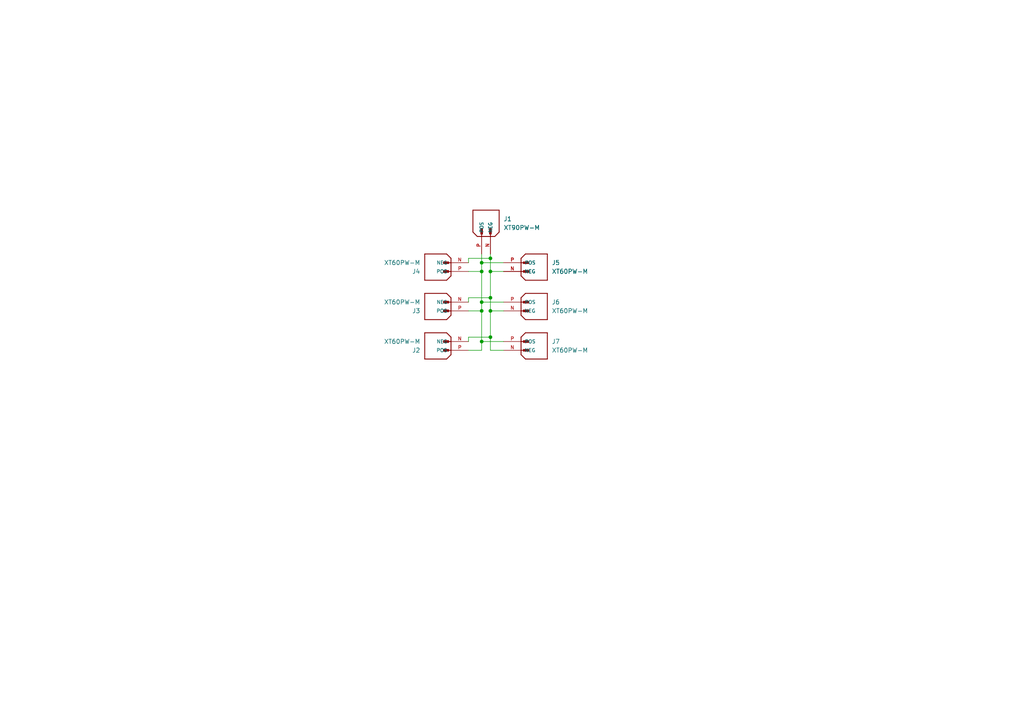
<source format=kicad_sch>
(kicad_sch (version 20231120) (generator "eeschema") (generator_version "8.0")
  (paper "A4")
  (lib_symbols
    (symbol "XT60PW-M:XT60PW-M" (pin_names (offset 1.016))
      (property "Reference" "J" (at -5.08 5.7234 0))
      (property "Value" "XT60PW-M" (at -5.08 -5.0923 0))
      (symbol "XT60PW-M_0_0"
        (rectangle (start -4.445 0.3175) (end -2.8575 -0.3175) (stroke (width 0.1)) (fill (type outline)))
        (rectangle (start -4.445 2.8575) (end -2.8575 2.2225) (stroke (width 0.1)) (fill (type outline)))
        (polyline (pts (xy -5.08 -1.27) (xy -3.81 -2.54)) (stroke (width 0.254)))
        (polyline (pts (xy -5.08 0) (xy -3.175 0)) (stroke (width 0.254)))
        (polyline (pts (xy -5.08 2.54) (xy -5.08 -1.27)) (stroke (width 0.254)))
        (polyline (pts (xy -5.08 2.54) (xy -3.175 2.54)) (stroke (width 0.254)))
        (polyline (pts (xy -5.08 3.81) (xy -5.08 2.54)) (stroke (width 0.254)))
        (polyline (pts (xy -5.08 3.81) (xy -3.81 5.08)) (stroke (width 0.254)))
        (polyline (pts (xy -3.81 -2.54) (xy 2.54 -2.54)) (stroke (width 0.254)))
        (polyline (pts (xy 2.54 -2.54) (xy 2.54 5.08)) (stroke (width 0.254)))
        (polyline (pts (xy 2.54 5.08) (xy -3.81 5.08)) (stroke (width 0.254)))
      )
      (symbol "XT60PW-M_1_0"
        (pin passive line (at -10.16 0 0) (length 5.08) (name "NEG") (number "N"))
        (pin passive line (at -10.16 2.54 0) (length 5.08) (name "POS") (number "P"))
      )
    )
    (symbol "XT90PW-M:XT90PW-M" (pin_names (offset 1.016))
      (property "Reference" "J" (at 0 3.81 0))
      (property "Value" "XT90PW-M" (at 0 -7.62 0))
      (symbol "XT90PW-M_0_0"
        (polyline (pts (xy 0 -3.81) (xy 1.27 -5.08)) (stroke (width 0.254)))
        (polyline (pts (xy 0 -2.54) (xy 1.905 -2.54)) (stroke (width 0.254)))
        (polyline (pts (xy 0 0) (xy 0 -3.81)) (stroke (width 0.254)))
        (polyline (pts (xy 0 0) (xy 1.905 0)) (stroke (width 0.254)))
        (polyline (pts (xy 0 1.27) (xy 0 0)) (stroke (width 0.254)))
        (polyline (pts (xy 0 1.27) (xy 1.27 2.54)) (stroke (width 0.254)))
        (polyline (pts (xy 1.27 -5.08) (xy 7.62 -5.08)) (stroke (width 0.254)))
        (polyline (pts (xy 7.62 -5.08) (xy 7.62 2.54)) (stroke (width 0.254)))
        (polyline (pts (xy 7.62 2.54) (xy 1.27 2.54)) (stroke (width 0.254)))
        (rectangle (start 0.635 -2.8575) (end 2.2225 -2.2225) (stroke (width 0.1)) (fill (type outline)))
        (rectangle (start 0.635 -0.3175) (end 2.2225 0.3175) (stroke (width 0.1)) (fill (type outline)))
        (pin passive line (at -5.08 -2.54 0) (length 5.08) (name "NEG") (number "N"))
        (pin passive line (at -5.08 0 0) (length 5.08) (name "POS") (number "P"))
      )
    )
  )
  (junction (at 142.24 78.74))
  (junction (at 139.7 90.17))
  (junction (at 142.24 97.79))
  (junction (at 142.24 90.17))
  (junction (at 142.24 74.93))
  (junction (at 139.7 99.06))
  (junction (at 142.24 86.36))
  (junction (at 139.7 87.63))
  (junction (at 139.7 78.74))
  (junction (at 139.7 76.2))
  (wire (pts (xy 135.89 87.63) (xy 135.89 86.36)))
  (wire (pts (xy 142.24 90.17) (xy 146.05 90.17)))
  (wire (pts (xy 142.24 78.74) (xy 146.05 78.74)))
  (wire (pts (xy 135.89 97.79) (xy 142.24 97.79)))
  (wire (pts (xy 139.7 99.06) (xy 139.7 101.6)))
  (wire (pts (xy 139.7 87.63) (xy 139.7 90.17)))
  (wire (pts (xy 139.7 76.2) (xy 139.7 78.74)))
  (wire (pts (xy 142.24 97.79) (xy 142.24 101.6)))
  (wire (pts (xy 142.24 78.74) (xy 142.24 86.36)))
  (wire (pts (xy 142.24 101.6) (xy 146.05 101.6)))
  (wire (pts (xy 139.7 90.17) (xy 139.7 99.06)))
  (wire (pts (xy 135.89 99.06) (xy 135.89 97.79)))
  (wire (pts (xy 135.89 78.74) (xy 139.7 78.74)))
  (wire (pts (xy 135.89 86.36) (xy 142.24 86.36)))
  (wire (pts (xy 139.7 99.06) (xy 146.05 99.06)))
  (wire (pts (xy 142.24 86.36) (xy 142.24 90.17)))
  (wire (pts (xy 139.7 73.66) (xy 139.7 76.2)))
  (wire (pts (xy 142.24 73.66) (xy 142.24 74.93)))
  (wire (pts (xy 142.24 90.17) (xy 142.24 97.79)))
  (wire (pts (xy 139.7 87.63) (xy 146.05 87.63)))
  (wire (pts (xy 142.24 74.93) (xy 142.24 78.74)))
  (wire (pts (xy 139.7 76.2) (xy 146.05 76.2)))
  (wire (pts (xy 139.7 78.74) (xy 139.7 87.63)))
  (wire (pts (xy 135.89 101.6) (xy 139.7 101.6)))
  (wire (pts (xy 135.89 76.2) (xy 135.89 74.93)))
  (wire (pts (xy 135.89 90.17) (xy 139.7 90.17)))
  (wire (pts (xy 135.89 74.93) (xy 142.24 74.93)))
  (symbol (lib_id "XT60PW-M:XT60PW-M") (at 125.73 76.2 180) (unit 1)
    (property "Reference" "J4" (at 121.92 78.7401 0) (effects (justify left)))
    (property "Value" "XT60PW-M" (at 121.92 76.2001 0) (effects (justify left)))
    (property "Footprint" "XT footprints:AMASS_XT60PW-M" (effects (hide yes)))
    (property "MF" "AMASS" (effects (hide yes)))
    (property "MAXIMUM_PACKAGE_HEIGHT" "8.4 mm" (effects (hide yes)))
    (property "Package" "Package" (effects (hide yes)))
    (property "Price" "None" (effects (hide yes)))
    (property "Check_prices" "https://www.snapeda.com/parts/XT60PW-M/AMASS/view-part/?ref=eda" (effects (hide yes)))
    (property "STANDARD" "Manufacturer recommendations" (effects (hide yes)))
    (property "PARTREV" "V1.2" (effects (hide yes)))
    (property "SnapEDA_Link" "https://www.snapeda.com/parts/XT60PW-M/AMASS/view-part/?ref=snap" (effects (hide yes)))
    (property "MP" "XT60PW-M" (effects (hide yes)))
    (property "Description_1" "\n                        \n                            Socket, DC supply, male, PIN: 2\n                        \n" (effects (hide yes)))
    (property "Availability" "Not in stock" (effects (hide yes)))
    (property "MANUFACTURER" "AMASS" (effects (hide yes)))
  )
  (symbol (lib_id "XT60PW-M:XT60PW-M") (at 156.21 90.17 0) (unit 1)
    (property "Reference" "J6" (at 160.02 87.6299 0) (effects (justify left)))
    (property "Value" "XT60PW-M" (at 160.02 90.1699 0) (effects (justify left)))
    (property "Footprint" "XT footprints:AMASS_XT60PW-M" (effects (hide yes)))
    (property "MF" "AMASS" (effects (hide yes)))
    (property "MAXIMUM_PACKAGE_HEIGHT" "8.4 mm" (effects (hide yes)))
    (property "Package" "Package" (effects (hide yes)))
    (property "Price" "None" (effects (hide yes)))
    (property "Check_prices" "https://www.snapeda.com/parts/XT60PW-M/AMASS/view-part/?ref=eda" (effects (hide yes)))
    (property "STANDARD" "Manufacturer recommendations" (effects (hide yes)))
    (property "PARTREV" "V1.2" (effects (hide yes)))
    (property "SnapEDA_Link" "https://www.snapeda.com/parts/XT60PW-M/AMASS/view-part/?ref=snap" (effects (hide yes)))
    (property "MP" "XT60PW-M" (effects (hide yes)))
    (property "Description_1" "\n                        \n                            Socket, DC supply, male, PIN: 2\n                        \n" (effects (hide yes)))
    (property "Availability" "Not in stock" (effects (hide yes)))
    (property "MANUFACTURER" "AMASS" (effects (hide yes)))
  )
  (symbol (lib_id "XT60PW-M:XT60PW-M") (at 125.73 87.63 180) (unit 1)
    (property "Reference" "J3" (at 121.92 90.1701 0) (effects (justify left)))
    (property "Value" "XT60PW-M" (at 121.92 87.6301 0) (effects (justify left)))
    (property "Footprint" "XT footprints:AMASS_XT60PW-M" (effects (hide yes)))
    (property "MF" "AMASS" (effects (hide yes)))
    (property "MAXIMUM_PACKAGE_HEIGHT" "8.4 mm" (effects (hide yes)))
    (property "Package" "Package" (effects (hide yes)))
    (property "Price" "None" (effects (hide yes)))
    (property "Check_prices" "https://www.snapeda.com/parts/XT60PW-M/AMASS/view-part/?ref=eda" (effects (hide yes)))
    (property "STANDARD" "Manufacturer recommendations" (effects (hide yes)))
    (property "PARTREV" "V1.2" (effects (hide yes)))
    (property "SnapEDA_Link" "https://www.snapeda.com/parts/XT60PW-M/AMASS/view-part/?ref=snap" (effects (hide yes)))
    (property "MP" "XT60PW-M" (effects (hide yes)))
    (property "Description_1" "\n                        \n                            Socket, DC supply, male, PIN: 2\n                        \n" (effects (hide yes)))
    (property "Availability" "Not in stock" (effects (hide yes)))
    (property "MANUFACTURER" "AMASS" (effects (hide yes)))
  )
  (symbol (lib_id "XT60PW-M:XT60PW-M") (at 156.21 101.6 0) (unit 1)
    (property "Reference" "J7" (at 160.02 99.0599 0) (effects (justify left)))
    (property "Value" "XT60PW-M" (at 160.02 101.5999 0) (effects (justify left)))
    (property "Footprint" "XT footprints:AMASS_XT60PW-M" (effects (hide yes)))
    (property "MF" "AMASS" (effects (hide yes)))
    (property "MAXIMUM_PACKAGE_HEIGHT" "8.4 mm" (effects (hide yes)))
    (property "Package" "Package" (effects (hide yes)))
    (property "Price" "None" (effects (hide yes)))
    (property "Check_prices" "https://www.snapeda.com/parts/XT60PW-M/AMASS/view-part/?ref=eda" (effects (hide yes)))
    (property "STANDARD" "Manufacturer recommendations" (effects (hide yes)))
    (property "PARTREV" "V1.2" (effects (hide yes)))
    (property "SnapEDA_Link" "https://www.snapeda.com/parts/XT60PW-M/AMASS/view-part/?ref=snap" (effects (hide yes)))
    (property "MP" "XT60PW-M" (effects (hide yes)))
    (property "Description_1" "\n                        \n                            Socket, DC supply, male, PIN: 2\n                        \n" (effects (hide yes)))
    (property "Availability" "Not in stock" (effects (hide yes)))
    (property "MANUFACTURER" "AMASS" (effects (hide yes)))
  )
  (symbol (lib_id "XT60PW-M:XT60PW-M") (at 125.73 99.06 180) (unit 1)
    (property "Reference" "J2" (at 121.92 101.6001 0) (effects (justify left)))
    (property "Value" "XT60PW-M" (at 121.92 99.0601 0) (effects (justify left)))
    (property "Footprint" "XT footprints:AMASS_XT60PW-M" (effects (hide yes)))
    (property "MF" "AMASS" (effects (hide yes)))
    (property "MAXIMUM_PACKAGE_HEIGHT" "8.4 mm" (effects (hide yes)))
    (property "Package" "Package" (effects (hide yes)))
    (property "Price" "None" (effects (hide yes)))
    (property "Check_prices" "https://www.snapeda.com/parts/XT60PW-M/AMASS/view-part/?ref=eda" (effects (hide yes)))
    (property "STANDARD" "Manufacturer recommendations" (effects (hide yes)))
    (property "PARTREV" "V1.2" (effects (hide yes)))
    (property "SnapEDA_Link" "https://www.snapeda.com/parts/XT60PW-M/AMASS/view-part/?ref=snap" (effects (hide yes)))
    (property "MP" "XT60PW-M" (effects (hide yes)))
    (property "Description_1" "\n                        \n                            Socket, DC supply, male, PIN: 2\n                        \n" (effects (hide yes)))
    (property "Availability" "Not in stock" (effects (hide yes)))
    (property "MANUFACTURER" "AMASS" (effects (hide yes)))
  )
  (symbol (lib_id "XT60PW-M:XT60PW-M") (at 156.21 78.74 0) (unit 1)
    (property "Reference" "J5" (at 160.02 76.1999 0) (effects (justify left)))
    (property "Value" "XT60PW-M" (at 160.02 78.7399 0) (effects (justify left)))
    (property "Footprint" "XT footprints:AMASS_XT60PW-M" (effects (hide yes)))
    (property "MF" "AMASS" (effects (hide yes)))
    (property "MAXIMUM_PACKAGE_HEIGHT" "8.4 mm" (effects (hide yes)))
    (property "Package" "Package" (effects (hide yes)))
    (property "Price" "None" (effects (hide yes)))
    (property "Check_prices" "https://www.snapeda.com/parts/XT60PW-M/AMASS/view-part/?ref=eda" (effects (hide yes)))
    (property "STANDARD" "Manufacturer recommendations" (effects (hide yes)))
    (property "PARTREV" "V1.2" (effects (hide yes)))
    (property "SnapEDA_Link" "https://www.snapeda.com/parts/XT60PW-M/AMASS/view-part/?ref=snap" (effects (hide yes)))
    (property "MP" "XT60PW-M" (effects (hide yes)))
    (property "Description_1" "\n                        \n                            Socket, DC supply, male, PIN: 2\n                        \n" (effects (hide yes)))
    (property "Availability" "Not in stock" (effects (hide yes)))
    (property "MANUFACTURER" "AMASS" (effects (hide yes)))
  )
  (symbol (lib_id "XT90PW-M:XT90PW-M") (at 139.7 68.58 90) (unit 1)
    (property "Reference" "J1" (at 146.05 63.4999 90) (effects (justify right)))
    (property "Value" "XT90PW-M" (at 146.05 66.0399 90) (effects (justify right)))
    (property "Footprint" "XT footprints:AMASS_XT90PW-M" (effects (hide yes)))
    (property "MF" "AMASS" (effects (hide yes)))
    (property "Description_1" "\n                        \n                            Socket; DC supply; XT90; male; PIN: 2; on PCBs; THT; Colour: yellow\n                        \n" (effects (hide yes)))
    (property "Package" "Package" (effects (hide yes)))
    (property "Price" "None" (effects (hide yes)))
    (property "Check_prices" "https://www.snapeda.com/parts/XT90PW-M/AMASS/view-part/?ref=eda" (effects (hide yes)))
    (property "MAXIMUM_PACKAGE_HIEGHT" "10.3mm" (effects (hide yes)))
    (property "STANDARD" "Manufacturer Recommendations" (effects (hide yes)))
    (property "PARTREV" "V00" (effects (hide yes)))
    (property "SnapEDA_Link" "https://www.snapeda.com/parts/XT90PW-M/AMASS/view-part/?ref=snap" (effects (hide yes)))
    (property "MP" "XT90PW-M" (effects (hide yes)))
    (property "Availability" "Not in stock" (effects (hide yes)))
    (property "MANUFACTURER" "AMASS" (effects (hide yes)))
  )
)
</source>
